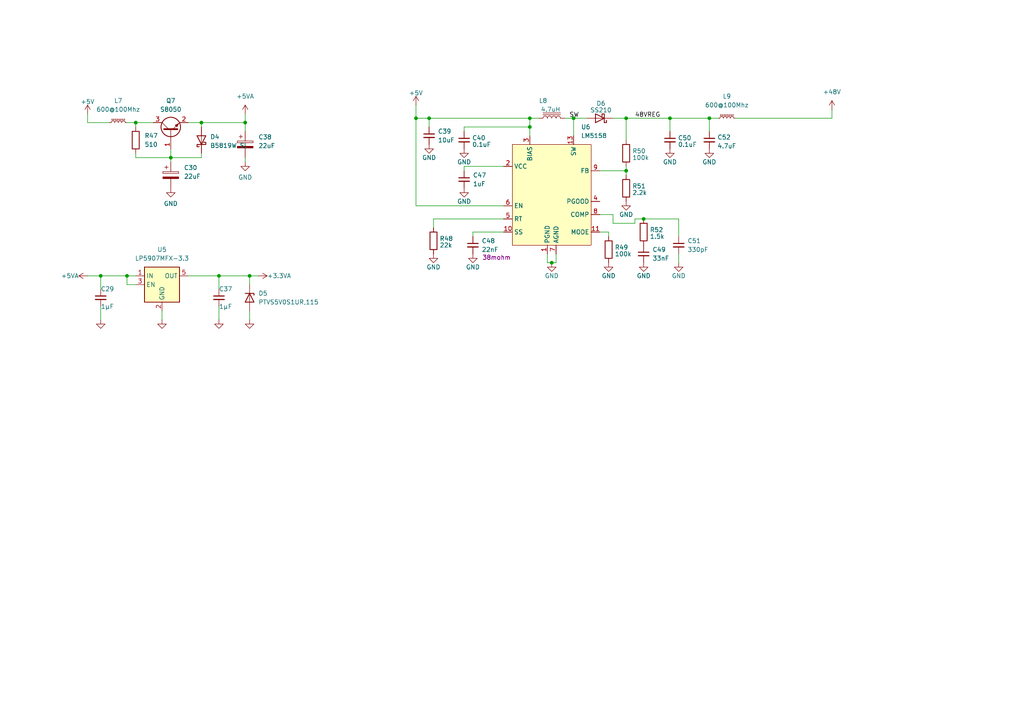
<source format=kicad_sch>
(kicad_sch (version 20250114) (generator "eeschema") (generator_version "9.0")
  (paper "A4")
  (lib_symbols
    (symbol "Device:C_Polarized" (pin_numbers (hide yes)) (pin_names (offset 0.254))
      (property "Reference" "C" (at 0.635 2.54 0))
      (property "Value" "C_Polarized" (at 0.635 -2.54 0))
      (symbol "C_Polarized_0_1"
        (rectangle (start -2.286 0.508) (end 2.286 1.016))
        (polyline (pts (xy -1.778 2.286) (xy -0.762 2.286)))
        (polyline (pts (xy -1.27 2.794) (xy -1.27 1.778)))
        (rectangle (start 2.286 -0.508) (end -2.286 -1.016) (fill (type outline)))
      )
      (symbol "C_Polarized_1_1"
        (pin passive line (at 0 3.81 270) (length 2.794) (name "~") (number "1"))
        (pin passive line (at 0 -3.81 90) (length 2.794) (name "~") (number "2"))
      )
    )
    (symbol "Device:C_Small" (pin_numbers (hide yes)) (pin_names (offset 0.254) (hide yes))
      (property "Reference" "C" (at 0.254 1.778 0))
      (property "Value" "C_Small" (at 0.254 -2.032 0))
      (symbol "C_Small_0_1"
        (polyline (pts (xy -1.524 0.508) (xy 1.524 0.508)) (stroke (width 0.3048)))
        (polyline (pts (xy -1.524 -0.508) (xy 1.524 -0.508)) (stroke (width 0.3302)))
      )
      (symbol "C_Small_1_1"
        (pin passive line (at 0 2.54 270) (length 2.032) (name "~") (number "1"))
        (pin passive line (at 0 -2.54 90) (length 2.032) (name "~") (number "2"))
      )
    )
    (symbol "Device:D_Schottky" (pin_numbers (hide yes)) (pin_names (offset 1.016) (hide yes))
      (property "Reference" "D" (at 0 2.54 0))
      (property "Value" "D_Schottky" (at 0 -2.54 0))
      (symbol "D_Schottky_0_1"
        (polyline (pts (xy -1.905 0.635) (xy -1.905 1.27) (xy -1.27 1.27) (xy -1.27 -1.27) (xy -0.635 -1.27) (xy -0.635 -0.635)) (stroke (width 0.254)))
        (polyline (pts (xy 1.27 1.27) (xy 1.27 -1.27) (xy -1.27 0) (xy 1.27 1.27)) (stroke (width 0.254)))
        (polyline (pts (xy 1.27 0) (xy -1.27 0)))
      )
      (symbol "D_Schottky_1_1"
        (pin passive line (at -3.81 0 0) (length 2.54) (name "K") (number "1"))
        (pin passive line (at 3.81 0 180) (length 2.54) (name "A") (number "2"))
      )
    )
    (symbol "Device:L_Ferrite_Small" (pin_numbers (hide yes)) (pin_names (offset 0.254) (hide yes))
      (property "Reference" "L" (at 1.27 1.016 0))
      (property "Value" "L_Ferrite_Small" (at 1.27 -1.27 0))
      (symbol "L_Ferrite_Small_0_1"
        (arc (start 0 2.032) (mid 0.5058 1.524) (end 0 1.016))
        (arc (start 0 1.016) (mid 0.5058 0.508) (end 0 0))
        (arc (start 0 0) (mid 0.5058 -0.508) (end 0 -1.016))
        (arc (start 0 -1.016) (mid 0.5058 -1.524) (end 0 -2.032))
        (polyline (pts (xy 0.762 1.651) (xy 0.762 1.905)))
        (polyline (pts (xy 0.762 1.143) (xy 0.762 1.397)))
        (polyline (pts (xy 0.762 0.635) (xy 0.762 0.889)))
        (polyline (pts (xy 0.762 0.127) (xy 0.762 0.381)))
        (polyline (pts (xy 0.762 -0.381) (xy 0.762 -0.127)))
        (polyline (pts (xy 0.762 -0.889) (xy 0.762 -0.635)))
        (polyline (pts (xy 0.762 -1.397) (xy 0.762 -1.143)))
        (polyline (pts (xy 0.762 -1.905) (xy 0.762 -1.651)))
        (polyline (pts (xy 1.016 1.905) (xy 1.016 1.651)))
        (polyline (pts (xy 1.016 1.397) (xy 1.016 1.143)))
        (polyline (pts (xy 1.016 0.889) (xy 1.016 0.635)))
        (polyline (pts (xy 1.016 0.381) (xy 1.016 0.127)))
        (polyline (pts (xy 1.016 -0.127) (xy 1.016 -0.381)))
        (polyline (pts (xy 1.016 -0.635) (xy 1.016 -0.889)))
        (polyline (pts (xy 1.016 -1.143) (xy 1.016 -1.397)))
        (polyline (pts (xy 1.016 -1.651) (xy 1.016 -1.905)))
      )
      (symbol "L_Ferrite_Small_1_1"
        (pin passive line (at 0 2.54 270) (length 0.508) (name "~") (number "1"))
        (pin passive line (at 0 -2.54 90) (length 0.508) (name "~") (number "2"))
      )
    )
    (symbol "Device:L_Iron" (pin_numbers (hide yes)) (pin_names (offset 1.016) (hide yes))
      (property "Reference" "L" (at -1.27 0 90))
      (property "Value" "L_Iron" (at 2.794 0 90))
      (symbol "L_Iron_0_1"
        (arc (start 0 2.54) (mid 0.6323 1.905) (end 0 1.27))
        (arc (start 0 1.27) (mid 0.6323 0.635) (end 0 0))
        (arc (start 0 0) (mid 0.6323 -0.635) (end 0 -1.27))
        (arc (start 0 -1.27) (mid 0.6323 -1.905) (end 0 -2.54))
        (polyline (pts (xy 1.016 2.54) (xy 1.016 -2.54)))
        (polyline (pts (xy 1.524 -2.54) (xy 1.524 2.54)))
      )
      (symbol "L_Iron_1_1"
        (pin passive line (at 0 3.81 270) (length 1.27) (name "1") (number "1"))
        (pin passive line (at 0 -3.81 90) (length 1.27) (name "2") (number "2"))
      )
    )
    (symbol "Device:R" (pin_numbers (hide yes)) (pin_names (offset 0))
      (property "Reference" "R" (at 2.032 0 90))
      (property "Value" "R" (at 0 0 90))
      (symbol "R_0_1"
        (rectangle (start -1.016 -2.54) (end 1.016 2.54) (stroke (width 0.254)))
      )
      (symbol "R_1_1"
        (pin passive line (at 0 3.81 270) (length 1.27) (name "~") (number "1"))
        (pin passive line (at 0 -3.81 90) (length 1.27) (name "~") (number "2"))
      )
    )
    (symbol "Diode:PTVS5V0Z1USK" (pin_numbers (hide yes)) (pin_names (hide yes))
      (property "Reference" "D" (at 0 2.54 0))
      (property "Value" "PTVS5V0Z1USK" (at 0 -2.54 0))
      (symbol "PTVS5V0Z1USK_0_1"
        (polyline (pts (xy -1.27 -1.27) (xy -1.27 1.27) (xy -0.762 1.27)) (stroke (width 0.254)))
        (polyline (pts (xy 1.27 0) (xy -1.27 0)))
        (polyline (pts (xy 1.27 -1.27) (xy 1.27 1.27) (xy -1.27 0) (xy 1.27 -1.27)) (stroke (width 0.254)))
      )
      (symbol "PTVS5V0Z1USK_1_1"
        (pin passive line (at -3.81 0 0) (length 2.54) (name "K") (number "1"))
        (pin passive line (at 3.81 0 180) (length 2.54) (name "A") (number "2"))
      )
    )
    (symbol "Library:LM5158"
      (property "Reference" "U" (at 0 0 0))
      (property "Value" "LM5158" (at 0 0 0))
      (symbol "LM5158_1_1"
        (rectangle (start 0 -2.54) (end 22.86 -31.75) (fill (type background)))
        (pin power_in line (at -2.54 -8.89 0) (length 2.54) (name "VCC") (number "2"))
        (pin no_connect line (at -2.54 -11.43 0) (length 2.54) (hide yes) (name "NC") (number "12"))
        (pin no_connect line (at -2.54 -13.97 0) (length 2.54) (hide yes) (name "NC") (number "15"))
        (pin input line (at -2.54 -20.32 0) (length 2.54) (name "EN") (number "6"))
        (pin input line (at -2.54 -24.13 0) (length 2.54) (name "RT") (number "5"))
        (pin input line (at -2.54 -27.94 0) (length 2.54) (name "SS") (number "10"))
        (pin power_in line (at 5.08 0 270) (length 2.54) (name "BIAS") (number "3"))
        (pin power_in line (at 10.16 -34.29 90) (length 2.54) (name "PGND") (number "1"))
        (pin power_in line (at 10.16 -34.29 90) (length 2.54) (hide yes) (name "PGND") (number "16"))
        (pin power_in line (at 12.7 -34.29 90) (length 2.54) (name "AGND") (number "7"))
        (pin bidirectional line (at 17.78 0 270) (length 2.54) (name "SW") (number "13"))
        (pin bidirectional line (at 17.78 0 270) (length 2.54) (hide yes) (name "SW") (number "14"))
        (pin input line (at 25.4 -10.16 180) (length 2.54) (name "FB") (number "9"))
        (pin output line (at 25.4 -19.05 180) (length 2.54) (name "PGOOD") (number "4"))
        (pin output line (at 25.4 -22.86 180) (length 2.54) (name "COMP") (number "8"))
        (pin input line (at 25.4 -27.94 180) (length 2.54) (name "MODE") (number "11"))
      )
    )
    (symbol "Regulator_Linear:LP5907MFX-3.3"
      (property "Reference" "U" (at -3.81 6.35 0))
      (property "Value" "LP5907MFX-3.3" (at 6.35 6.35 0))
      (symbol "LP5907MFX-3.3_0_1"
        (rectangle (start -5.08 -5.08) (end 5.08 5.08) (stroke (width 0.254)) (fill (type background)))
        (pin power_in line (at -7.62 2.54 0) (length 2.54) (name "IN") (number "1"))
        (pin input line (at -7.62 0 0) (length 2.54) (name "EN") (number "3"))
        (pin power_in line (at 0 -7.62 90) (length 2.54) (name "GND") (number "2"))
        (pin no_connect line (at 5.08 0 180) (length 2.54) (hide yes) (name "NC") (number "4"))
        (pin power_out line (at 7.62 2.54 180) (length 2.54) (name "OUT") (number "5"))
      )
    )
    (symbol "Transistor_BJT:Q_NPN_BEC" (pin_names (offset 0) (hide yes))
      (property "Reference" "Q" (at 5.08 1.27 0))
      (property "Value" "Q_NPN_BEC" (at 5.08 -1.27 0))
      (symbol "Q_NPN_BEC_0_1"
        (polyline (pts (xy -2.54 0) (xy 0.635 0)))
        (polyline (pts (xy 0.635 1.905) (xy 0.635 -1.905)) (stroke (width 0.508)))
        (circle (center 1.27 0) (radius 2.8194) (stroke (width 0.254)))
      )
      (symbol "Q_NPN_BEC_1_1"
        (polyline (pts (xy 0.635 0.635) (xy 2.54 2.54)))
        (polyline (pts (xy 0.635 -0.635) (xy 2.54 -2.54)))
        (polyline (pts (xy 1.27 -1.778) (xy 1.778 -1.27) (xy 2.286 -2.286) (xy 1.27 -1.778)) (fill (type outline)))
        (pin input line (at -5.08 0 0) (length 2.54) (name "B") (number "1"))
        (pin passive line (at 2.54 5.08 270) (length 2.54) (name "C") (number "3"))
        (pin passive line (at 2.54 -5.08 90) (length 2.54) (name "E") (number "2"))
      )
    )
    (symbol "power:+3.3VA" (power) (pin_numbers (hide yes)) (pin_names (offset 0) (hide yes))
      (property "Value" "+3.3VA" (at 0 3.556 0))
      (symbol "+3.3VA_0_1"
        (polyline (pts (xy -0.762 1.27) (xy 0 2.54)))
        (polyline (pts (xy 0 2.54) (xy 0.762 1.27)))
        (polyline (pts (xy 0 0) (xy 0 2.54)))
      )
      (symbol "+3.3VA_1_1"
        (pin power_in line (at 0 0 90) (length 0) (name "~") (number "1"))
      )
    )
    (symbol "power:+48V" (power) (pin_numbers (hide yes)) (pin_names (offset 0) (hide yes))
      (property "Value" "+48V" (at 0 3.556 0))
      (symbol "+48V_0_1"
        (polyline (pts (xy -0.762 1.27) (xy 0 2.54)))
        (polyline (pts (xy 0 2.54) (xy 0.762 1.27)))
        (polyline (pts (xy 0 0) (xy 0 2.54)))
      )
      (symbol "+48V_1_1"
        (pin power_in line (at 0 0 90) (length 0) (name "~") (number "1"))
      )
    )
    (symbol "power:+5V" (power) (pin_names (offset 0))
      (property "Value" "+5V" (at 0 3.556 0))
      (symbol "+5V_0_1"
        (polyline (pts (xy -0.762 1.27) (xy 0 2.54)))
        (polyline (pts (xy 0 2.54) (xy 0.762 1.27)))
        (polyline (pts (xy 0 0) (xy 0 2.54)))
      )
      (symbol "+5V_1_1"
        (pin power_in line (at 0 0 90) (length 0) (hide yes) (name "+5V") (number "1"))
      )
    )
    (symbol "power:+5VA" (power) (pin_numbers (hide yes)) (pin_names (offset 0) (hide yes))
      (property "Value" "+5VA" (at 0 3.556 0))
      (symbol "+5VA_0_1"
        (polyline (pts (xy -0.762 1.27) (xy 0 2.54)))
        (polyline (pts (xy 0 2.54) (xy 0.762 1.27)))
        (polyline (pts (xy 0 0) (xy 0 2.54)))
      )
      (symbol "+5VA_1_1"
        (pin power_in line (at 0 0 90) (length 0) (name "~") (number "1"))
      )
    )
    (symbol "power:GND" (power) (pin_names (offset 0))
      (property "Value" "GND" (at 0 -3.81 0))
      (symbol "GND_0_1"
        (polyline (pts (xy 0 0) (xy 0 -1.27) (xy 1.27 -1.27) (xy 0 -2.54) (xy -1.27 -1.27) (xy 0 -1.27)))
      )
      (symbol "GND_1_1"
        (pin power_in line (at 0 0 270) (length 0) (hide yes) (name "GND") (number "1"))
      )
    )
  )
  (junction (at 124.46 34.29))
  (junction (at 181.61 49.53))
  (junction (at 29.21 80.01))
  (junction (at 153.67 36.83))
  (junction (at 205.74 34.29))
  (junction (at 36.83 80.01))
  (junction (at 166.37 34.29))
  (junction (at 160.02 76.2))
  (junction (at 72.39 80.01))
  (junction (at 194.31 34.29))
  (junction (at 120.65 34.29))
  (junction (at 186.69 63.5))
  (junction (at 58.42 35.56))
  (junction (at 49.53 45.72))
  (junction (at 63.5 80.01))
  (junction (at 153.67 34.29))
  (junction (at 71.12 35.56))
  (junction (at 181.61 34.29))
  (junction (at 39.37 35.56))
  (wire (pts (xy 205.74 34.29) (xy 194.31 34.29)))
  (wire (pts (xy 54.61 35.56) (xy 58.42 35.56)))
  (wire (pts (xy 196.85 73.66) (xy 196.85 76.2)))
  (wire (pts (xy 213.36 34.29) (xy 241.3 34.29)))
  (wire (pts (xy 194.31 34.29) (xy 181.61 34.29)))
  (wire (pts (xy 72.39 90.17) (xy 72.39 92.71)))
  (wire (pts (xy 158.75 73.66) (xy 158.75 76.2)))
  (wire (pts (xy 63.5 80.01) (xy 63.5 83.82)))
  (wire (pts (xy 181.61 40.64) (xy 181.61 34.29)))
  (wire (pts (xy 241.3 34.29) (xy 241.3 31.75)))
  (wire (pts (xy 173.99 62.23) (xy 177.8 62.23)))
  (wire (pts (xy 72.39 80.01) (xy 72.39 82.55)))
  (wire (pts (xy 181.61 49.53) (xy 181.61 48.26)))
  (wire (pts (xy 181.61 49.53) (xy 181.61 50.8)))
  (wire (pts (xy 63.5 92.71) (xy 63.5 88.9)))
  (wire (pts (xy 49.53 45.72) (xy 58.42 45.72)))
  (wire (pts (xy 134.62 38.1) (xy 134.62 36.83)))
  (wire (pts (xy 46.99 90.17) (xy 46.99 92.71)))
  (wire (pts (xy 29.21 80.01) (xy 29.21 83.82)))
  (wire (pts (xy 39.37 36.83) (xy 39.37 35.56)))
  (wire (pts (xy 173.99 49.53) (xy 181.61 49.53)))
  (wire (pts (xy 71.12 33.02) (xy 71.12 35.56)))
  (wire (pts (xy 71.12 35.56) (xy 71.12 38.1)))
  (wire (pts (xy 177.8 62.23) (xy 177.8 64.77)))
  (wire (pts (xy 54.61 80.01) (xy 63.5 80.01)))
  (wire (pts (xy 194.31 38.1) (xy 194.31 34.29)))
  (wire (pts (xy 146.05 59.69) (xy 120.65 59.69)))
  (wire (pts (xy 137.16 67.31) (xy 137.16 68.58)))
  (wire (pts (xy 158.75 76.2) (xy 160.02 76.2)))
  (wire (pts (xy 120.65 59.69) (xy 120.65 34.29)))
  (wire (pts (xy 181.61 34.29) (xy 177.8 34.29)))
  (wire (pts (xy 196.85 68.58) (xy 196.85 63.5)))
  (wire (pts (xy 25.4 80.01) (xy 29.21 80.01)))
  (wire (pts (xy 205.74 38.1) (xy 205.74 34.29)))
  (wire (pts (xy 36.83 80.01) (xy 39.37 80.01)))
  (wire (pts (xy 71.12 46.99) (xy 71.12 45.72)))
  (wire (pts (xy 58.42 45.72) (xy 58.42 44.45)))
  (wire (pts (xy 39.37 45.72) (xy 49.53 45.72)))
  (wire (pts (xy 166.37 39.37) (xy 166.37 34.29)))
  (wire (pts (xy 186.69 63.5) (xy 196.85 63.5)))
  (wire (pts (xy 58.42 35.56) (xy 58.42 36.83)))
  (wire (pts (xy 205.74 34.29) (xy 208.28 34.29)))
  (wire (pts (xy 166.37 34.29) (xy 170.18 34.29)))
  (wire (pts (xy 146.05 63.5) (xy 125.73 63.5)))
  (wire (pts (xy 124.46 34.29) (xy 124.46 36.83)))
  (wire (pts (xy 184.15 64.77) (xy 184.15 63.5)))
  (wire (pts (xy 36.83 35.56) (xy 39.37 35.56)))
  (wire (pts (xy 25.4 35.56) (xy 31.75 35.56)))
  (wire (pts (xy 39.37 35.56) (xy 44.45 35.56)))
  (wire (pts (xy 163.83 34.29) (xy 166.37 34.29)))
  (wire (pts (xy 156.21 34.29) (xy 153.67 34.29)))
  (wire (pts (xy 39.37 45.72) (xy 39.37 44.45)))
  (wire (pts (xy 184.15 63.5) (xy 186.69 63.5)))
  (wire (pts (xy 134.62 48.26) (xy 146.05 48.26)))
  (wire (pts (xy 29.21 92.71) (xy 29.21 88.9)))
  (wire (pts (xy 58.42 35.56) (xy 71.12 35.56)))
  (wire (pts (xy 134.62 49.53) (xy 134.62 48.26)))
  (wire (pts (xy 49.53 43.18) (xy 49.53 45.72)))
  (wire (pts (xy 29.21 80.01) (xy 36.83 80.01)))
  (wire (pts (xy 124.46 34.29) (xy 153.67 34.29)))
  (wire (pts (xy 134.62 36.83) (xy 153.67 36.83)))
  (wire (pts (xy 39.37 82.55) (xy 36.83 82.55)))
  (wire (pts (xy 176.53 68.58) (xy 176.53 67.31)))
  (wire (pts (xy 120.65 34.29) (xy 124.46 34.29)))
  (wire (pts (xy 146.05 67.31) (xy 137.16 67.31)))
  (wire (pts (xy 36.83 82.55) (xy 36.83 80.01)))
  (wire (pts (xy 153.67 34.29) (xy 153.67 36.83)))
  (wire (pts (xy 160.02 76.2) (xy 161.29 76.2)))
  (wire (pts (xy 161.29 73.66) (xy 161.29 76.2)))
  (wire (pts (xy 63.5 80.01) (xy 72.39 80.01)))
  (wire (pts (xy 120.65 30.48) (xy 120.65 34.29)))
  (wire (pts (xy 125.73 63.5) (xy 125.73 66.04)))
  (wire (pts (xy 177.8 64.77) (xy 184.15 64.77)))
  (wire (pts (xy 25.4 33.02) (xy 25.4 35.56)))
  (wire (pts (xy 49.53 45.72) (xy 49.53 46.99)))
  (wire (pts (xy 153.67 36.83) (xy 153.67 39.37)))
  (wire (pts (xy 173.99 67.31) (xy 176.53 67.31)))
  (wire (pts (xy 72.39 80.01) (xy 74.93 80.01)))
  (label "48VREG" (at 184.15 34.29 0))
  (label "SW" (at 165.1 34.29 0))
  (symbol (lib_id "Diode:PTVS5V0Z1USK") (at 72.39 86.36 270) (unit 1)
    (property "Reference" "D5" (at 74.93 85.0899 90) (effects (justify left)))
    (property "Value" "PTVS5V0S1UR,115" (at 74.93 87.6299 90) (effects (justify left)))
    (property "Footprint" "Diode_SMD:Nexperia_CFP3_SOD-123W" (effects (hide yes)))
    (property "Datasheet" "https://assets.nexperia.com/documents/data-sheet/PTVS5V0Z1USK.pdf" (effects (hide yes)))
    (property "Description" "5V, 1200W TVS unidirectional diode, DSN1608-2" (effects (hide yes)))
    (property "MPN" "PTVS5V0S1UR,115" (effects (hide yes)))
    (property "LCSC" "C478011" (effects (hide yes)))
  )
  (symbol (lib_id "Device:C_Small") (at 186.69 73.66 0) (unit 1)
    (property "Reference" "C49" (at 189.23 72.3962 0) (effects (justify left)))
    (property "Value" "33nF" (at 189.23 74.9362 0) (effects (justify left)))
    (property "Footprint" "Capacitor_SMD:C_0805_2012Metric" (effects (hide yes)))
    (property "LCSC" "C21117" (effects (hide yes)))
  )
  (symbol (lib_id "Regulator_Linear:LP5907MFX-3.3") (at 46.99 82.55 0) (unit 1)
    (property "Reference" "U5" (at 46.99 72.39 0))
    (property "Value" "LP5907MFX-3.3" (at 46.99 74.93 0))
    (property "Footprint" "Package_TO_SOT_SMD:SOT-23-5" (effects (hide yes)))
    (property "Datasheet" "http://www.ti.com/lit/ds/symlink/lp5907.pdf" (effects (hide yes)))
    (property "Description" "250-mA Ultra-Low-Noise Low-IQ LDO, 3.3V, SOT-23" (effects (hide yes)))
    (property "MPN" "LP5907MFX-3.3" (effects (hide yes)))
    (property "LCSC" "C80670" (effects (hide yes)))
  )
  (symbol (lib_id "power:GND") (at 63.5 92.71 0) (unit 1)
    (property "Reference" "#PWR063" (effects (hide yes)))
    (property "Value" "GND" (effects (hide yes)))
    (property "Description" "Power symbol creates a global label with name \"GND\" , ground" (effects (hide yes)))
  )
  (symbol (lib_id "power:GND") (at 181.61 58.42 0) (unit 1)
    (property "Reference" "#PWR076" (effects (hide yes)))
    (property "Value" "GND" (at 181.61 62.23 0))
    (property "Description" "Power symbol creates a global label with name \"GND\" , ground" (effects (hide yes)))
  )
  (symbol (lib_id "Device:C_Polarized") (at 71.12 41.91 0) (unit 1)
    (property "Reference" "C38" (at 74.93 39.7509 0) (effects (justify left)))
    (property "Value" "22uF" (at 74.93 42.2909 0) (effects (justify left)))
    (property "Footprint" "Capacitor_SMD:C_0805_2012Metric" (effects (hide yes)))
    (property "Description" "Polarized capacitor" (effects (hide yes)))
    (property "LCSC" "C45783" (effects (hide yes)))
  )
  (symbol (lib_id "Device:D_Schottky") (at 58.42 40.64 90) (unit 1)
    (property "Reference" "D4" (at 60.96 39.6874 90) (effects (justify right)))
    (property "Value" "B5819W SL" (at 60.96 42.2274 90) (effects (justify right)))
    (property "Footprint" "Diode_SMD:D_SOD-123" (effects (hide yes)))
    (property "LCSC" "C8598" (effects (hide yes)))
  )
  (symbol (lib_id "Device:L_Ferrite_Small") (at 34.29 35.56 90) (unit 1)
    (property "Reference" "L7" (at 34.29 29.21 90))
    (property "Value" "600@100Mhz" (at 34.29 31.75 90))
    (property "Footprint" "Inductor_SMD:L_0805_2012Metric" (effects (hide yes)))
    (property "Datasheet" "https://www.lcsc.com/datasheet/lcsc_datasheet_2310301640_Sunlord-GZ1608D601TF_C1002.pdf" (effects (hide yes)))
    (property "Description" "Inductor with ferrite core, small symbol" (effects (hide yes)))
    (property "LCSC" "C1002" (effects (hide yes)))
  )
  (symbol (lib_id "Device:C_Small") (at 194.31 40.64 0) (unit 1)
    (property "Reference" "C50" (at 196.6341 40.0026 0) (effects (justify left)))
    (property "Value" "0.1uF" (at 196.6341 41.9236 0) (effects (justify left)))
    (property "Footprint" "Capacitor_SMD:C_0805_2012Metric" (effects (hide yes)))
    (property "LCSC" "C307331" (effects (hide yes)))
  )
  (symbol (lib_id "Device:R") (at 125.73 69.85 180) (unit 1)
    (property "Reference" "R48" (at 127.508 69.2063 0) (effects (justify right)))
    (property "Value" "22k" (at 127.508 71.1273 0) (effects (justify right)))
    (property "Footprint" "Resistor_SMD:R_0805_2012Metric" (effects (hide yes)))
    (property "LCSC" "C25768" (effects (hide yes)))
  )
  (symbol (lib_id "power:GND") (at 124.46 41.91 0) (unit 1)
    (property "Reference" "#PWR069" (effects (hide yes)))
    (property "Value" "GND" (at 124.46 45.72 0))
    (property "Description" "Power symbol creates a global label with name \"GND\" , ground" (effects (hide yes)))
  )
  (symbol (lib_id "power:GND") (at 160.02 76.2 0) (unit 1)
    (property "Reference" "#PWR074" (effects (hide yes)))
    (property "Value" "GND" (at 160.02 80.01 0))
    (property "Description" "Power symbol creates a global label with name \"GND\" , ground" (effects (hide yes)))
  )
  (symbol (lib_id "Device:L_Ferrite_Small") (at 210.82 34.29 90) (unit 1)
    (property "Reference" "L9" (at 210.82 27.94 90))
    (property "Value" "600@100Mhz" (at 210.82 30.48 90))
    (property "Footprint" "Inductor_SMD:L_0805_2012Metric" (effects (hide yes)))
    (property "Datasheet" "https://www.lcsc.com/datasheet/lcsc_datasheet_2310301640_Sunlord-GZ1608D601TF_C1002.pdf" (effects (hide yes)))
    (property "Description" "Inductor with ferrite core, small symbol" (effects (hide yes)))
    (property "LCSC" "C1002" (effects (hide yes)))
  )
  (symbol (lib_id "Device:C_Small") (at 124.46 39.37 0) (unit 1)
    (property "Reference" "C39" (at 127 38.1062 0) (effects (justify left)))
    (property "Value" "10uF" (at 127 40.6462 0) (effects (justify left)))
    (property "Footprint" "Capacitor_SMD:C_0805_2012Metric" (effects (hide yes)))
    (property "LCSC" "C15850" (effects (hide yes)))
  )
  (symbol (lib_id "power:GND") (at 134.62 54.61 0) (unit 1)
    (property "Reference" "#PWR072" (effects (hide yes)))
    (property "Value" "GND" (at 134.62 58.42 0))
    (property "Description" "Power symbol creates a global label with name \"GND\" , ground" (effects (hide yes)))
  )
  (symbol (lib_id "power:GND") (at 186.69 76.2 0) (unit 1)
    (property "Reference" "#PWR077" (effects (hide yes)))
    (property "Value" "GND" (at 186.69 80.01 0))
    (property "Description" "Power symbol creates a global label with name \"GND\" , ground" (effects (hide yes)))
  )
  (symbol (lib_id "Device:C_Small") (at 134.62 40.64 0) (unit 1)
    (property "Reference" "C40" (at 136.9441 40.0026 0) (effects (justify left)))
    (property "Value" "0.1uF" (at 136.9441 41.9236 0) (effects (justify left)))
    (property "Footprint" "Capacitor_SMD:C_0805_2012Metric" (effects (hide yes)))
    (property "LCSC" "C307331" (effects (hide yes)))
  )
  (symbol (lib_id "power:GND") (at 29.21 92.71 0) (unit 1)
    (property "Reference" "#PWR044" (effects (hide yes)))
    (property "Value" "GND" (effects (hide yes)))
    (property "Description" "Power symbol creates a global label with name \"GND\" , ground" (effects (hide yes)))
  )
  (symbol (lib_id "Device:R") (at 176.53 72.39 180) (unit 1)
    (property "Reference" "R49" (at 178.308 71.7463 0) (effects (justify right)))
    (property "Value" "100k" (at 178.308 73.6673 0) (effects (justify right)))
    (property "Footprint" "Resistor_SMD:R_0805_2012Metric" (effects (hide yes)))
    (property "LCSC" "C25741" (effects (hide yes)))
  )
  (symbol (lib_id "power:GND") (at 71.12 46.99 0) (unit 1)
    (property "Reference" "#PWR065" (effects (hide yes)))
    (property "Value" "GND" (at 71.12 51.4334 0))
    (property "Description" "Power symbol creates a global label with name \"GND\" , ground" (effects (hide yes)))
  )
  (symbol (lib_id "power:+48V") (at 241.3 31.75 0) (unit 1)
    (property "Reference" "#PWR081" (effects (hide yes)))
    (property "Value" "+48V" (at 241.3 26.67 0))
    (property "Description" "Power symbol creates a global label with name \"+48V\"" (effects (hide yes)))
  )
  (symbol (lib_id "Device:R") (at 186.69 67.31 180) (unit 1)
    (property "Reference" "R52" (at 188.468 66.6663 0) (effects (justify right)))
    (property "Value" "1.5k" (at 188.468 68.5873 0) (effects (justify right)))
    (property "Footprint" "Resistor_SMD:R_0805_2012Metric" (effects (hide yes)))
    (property "LCSC" "C25867" (effects (hide yes)))
  )
  (symbol (lib_id "Device:C_Small") (at 137.16 71.12 0) (unit 1)
    (property "Reference" "C48" (at 139.7 69.8562 0) (effects (justify left)))
    (property "Value" "22nF" (at 139.7 72.3962 0) (effects (justify left)))
    (property "Footprint" "Capacitor_SMD:C_0805_2012Metric" (effects (hide yes)))
    (property "LCSC" "C1532" (effects (hide yes)))
    (property "ESR" "38mohm" (at 144.018 74.676 0))
  )
  (symbol (lib_id "power:+3.3VA") (at 74.93 80.01 270) (unit 1)
    (property "Reference" "#PWR067" (effects (hide yes)))
    (property "Value" "+3.3VA" (at 77.47 80.01 90) (effects (justify left)))
    (property "Description" "Power symbol creates a global label with name \"+3.3VA\"" (effects (hide yes)))
  )
  (symbol (lib_id "Device:R") (at 181.61 54.61 180) (unit 1)
    (property "Reference" "R51" (at 183.388 53.9663 0) (effects (justify right)))
    (property "Value" "2.2k" (at 183.388 55.8873 0) (effects (justify right)))
    (property "Footprint" "Resistor_SMD:R_0805_2012Metric" (effects (hide yes)))
    (property "LCSC" "C25879" (effects (hide yes)))
  )
  (symbol (lib_id "Device:C_Small") (at 134.62 52.07 0) (unit 1)
    (property "Reference" "C47" (at 137.16 50.8062 0) (effects (justify left)))
    (property "Value" "1uF" (at 137.16 53.3462 0) (effects (justify left)))
    (property "Footprint" "Capacitor_SMD:C_0805_2012Metric" (effects (hide yes)))
    (property "LCSC" "C52923 " (effects (hide yes)))
  )
  (symbol (lib_id "Device:C_Small") (at 29.21 86.36 0) (unit 1)
    (property "Reference" "C29" (at 29.21 83.82 0) (effects (justify left)))
    (property "Value" "1μF" (at 29.21 88.9 0) (effects (justify left)))
    (property "Footprint" "Capacitor_SMD:C_0805_2012Metric" (effects (hide yes)))
    (property "Description" "Unpolarized capacitor, small symbol" (effects (hide yes)))
    (property "MPN" "C 1μF 16V 0805" (effects (hide yes)))
  )
  (symbol (lib_id "Device:D_Schottky") (at 173.99 34.29 180) (unit 1)
    (property "Reference" "D6" (at 174.3075 30.0101 0))
    (property "Value" "SS210" (at 174.3075 31.9311 0))
    (property "Footprint" "Diode_SMD:D_SMA" (effects (hide yes)))
    (property "Datasheet" "https://jlcpcb.com/api/file/downloadByFileSystemAccessId/8579707575905861632" (effects (hide yes)))
    (property "LCSC" "C14996" (effects (hide yes)))
  )
  (symbol (lib_id "Library:LM5158") (at 148.59 39.37 0) (unit 1)
    (property "Reference" "U6" (at 168.5133 36.83 0) (effects (justify left)))
    (property "Value" "LM5158" (at 168.5133 39.37 0) (effects (justify left)))
    (property "Footprint" "Package_DFN_QFN:WQFN-16-1EP_3x3mm_P0.5mm_EP1.68x1.68mm_ThermalVias" (effects (hide yes)))
    (property "Datasheet" "https://www.ti.com/lit/ds/symlink/lm5158.pdf" (effects (hide yes)))
  )
  (symbol (lib_id "power:+5V") (at 120.65 30.48 0) (unit 1)
    (property "Reference" "#PWR068" (effects (hide yes)))
    (property "Value" "+5V" (at 120.65 26.9781 0))
  )
  (symbol (lib_id "power:GND") (at 205.74 43.18 0) (unit 1)
    (property "Reference" "#PWR080" (effects (hide yes)))
    (property "Value" "GND" (at 205.74 46.99 0))
    (property "Description" "Power symbol creates a global label with name \"GND\" , ground" (effects (hide yes)))
  )
  (symbol (lib_id "power:+5V") (at 25.4 33.02 0) (unit 1)
    (property "Reference" "#PWR011" (effects (hide yes)))
    (property "Value" "+5V" (at 25.4 29.5181 0))
  )
  (symbol (lib_id "power:GND") (at 134.62 43.18 0) (unit 1)
    (property "Reference" "#PWR071" (effects (hide yes)))
    (property "Value" "GND" (at 134.62 46.99 0))
    (property "Description" "Power symbol creates a global label with name \"GND\" , ground" (effects (hide yes)))
  )
  (symbol (lib_id "Device:C_Small") (at 205.74 40.64 0) (unit 1)
    (property "Reference" "C52" (at 208.0641 39.8116 0) (effects (justify left)))
    (property "Value" "4.7uF" (at 208.0641 42.3485 0) (effects (justify left)))
    (property "Footprint" "Capacitor_SMD:C_0805_2012Metric" (effects (hide yes)))
    (property "LCSC" "C1779" (effects (hide yes)))
    (property "DatasheetRef" "C5" (effects (hide yes)))
  )
  (symbol (lib_id "power:GND") (at 137.16 73.66 0) (unit 1)
    (property "Reference" "#PWR073" (effects (hide yes)))
    (property "Value" "GND" (at 137.16 77.47 0))
    (property "Description" "Power symbol creates a global label with name \"GND\" , ground" (effects (hide yes)))
  )
  (symbol (lib_id "Device:R") (at 181.61 44.45 180) (unit 1)
    (property "Reference" "R50" (at 183.388 43.8063 0) (effects (justify right)))
    (property "Value" "100k" (at 183.388 45.7273 0) (effects (justify right)))
    (property "Footprint" "Resistor_SMD:R_0805_2012Metric" (effects (hide yes)))
    (property "LCSC" "C25741" (effects (hide yes)))
  )
  (symbol (lib_id "Transistor_BJT:Q_NPN_BEC") (at 49.53 38.1 90) (unit 1)
    (property "Reference" "Q7" (at 49.53 29.21 90))
    (property "Value" "S8050" (at 49.53 31.75 90))
    (property "Footprint" "Package_TO_SOT_SMD:SOT-23" (effects (hide yes)))
    (property "Datasheet" "https://www.lcsc.com/datasheet/lcsc_datasheet_2310131500_Jiangsu-Changjing-Electronics-Technology-Co---Ltd--S8050-J3Y-RANGE-200-350_C2146.pdf" (effects (hide yes)))
    (property "Description" "NPN transistor, base/emitter/collector" (effects (hide yes)))
    (property "LCSC" "C2146" (effects (hide yes)))
  )
  (symbol (lib_id "power:GND") (at 125.73 73.66 0) (unit 1)
    (property "Reference" "#PWR070" (effects (hide yes)))
    (property "Value" "GND" (at 125.73 77.47 0))
    (property "Description" "Power symbol creates a global label with name \"GND\" , ground" (effects (hide yes)))
  )
  (symbol (lib_id "power:+5VA") (at 71.12 33.02 0) (unit 1)
    (property "Reference" "#PWR064" (effects (hide yes)))
    (property "Value" "+5VA" (at 71.12 27.94 0))
    (property "Description" "Power symbol creates a global label with name \"+5VA\"" (effects (hide yes)))
  )
  (symbol (lib_id "power:+5VA") (at 25.4 80.01 90) (mirror x) (unit 1)
    (property "Reference" "#PWR030" (effects (hide yes)))
    (property "Value" "+5VA" (at 22.86 80.01 90) (effects (justify left)))
    (property "Description" "Power symbol creates a global label with name \"+5VA\"" (effects (hide yes)))
  )
  (symbol (lib_id "Device:C_Polarized") (at 49.53 50.8 0) (unit 1)
    (property "Reference" "C30" (at 53.34 48.6409 0) (effects (justify left)))
    (property "Value" "22uF" (at 53.34 51.1809 0) (effects (justify left)))
    (property "Footprint" "Capacitor_SMD:C_0805_2012Metric" (effects (hide yes)))
    (property "Description" "Polarized capacitor" (effects (hide yes)))
    (property "LCSC" "C45783" (effects (hide yes)))
  )
  (symbol (lib_id "power:GND") (at 194.31 43.18 0) (unit 1)
    (property "Reference" "#PWR078" (effects (hide yes)))
    (property "Value" "GND" (at 194.31 46.99 0))
    (property "Description" "Power symbol creates a global label with name \"GND\" , ground" (effects (hide yes)))
  )
  (symbol (lib_id "Device:R") (at 39.37 40.64 0) (unit 1)
    (property "Reference" "R47" (at 41.91 39.3699 0) (effects (justify left)))
    (property "Value" "510" (at 41.91 41.9099 0) (effects (justify left)))
    (property "Footprint" "Resistor_SMD:R_0805_2012Metric" (effects (hide yes)))
    (property "Description" "Resistor" (effects (hide yes)))
    (property "LCSC" "C25123" (effects (hide yes)))
  )
  (symbol (lib_id "Device:C_Small") (at 63.5 86.36 0) (unit 1)
    (property "Reference" "C37" (at 63.5 83.82 0) (effects (justify left)))
    (property "Value" "1μF" (at 63.5 88.9 0) (effects (justify left)))
    (property "Footprint" "Capacitor_SMD:C_0805_2012Metric" (effects (hide yes)))
    (property "Description" "Unpolarized capacitor, small symbol" (effects (hide yes)))
    (property "MPN" "C 1μF 16V 0805" (effects (hide yes)))
  )
  (symbol (lib_id "power:GND") (at 49.53 54.61 0) (unit 1)
    (property "Reference" "#PWR058" (effects (hide yes)))
    (property "Value" "GND" (at 49.53 59.0534 0))
    (property "Description" "Power symbol creates a global label with name \"GND\" , ground" (effects (hide yes)))
  )
  (symbol (lib_id "power:GND") (at 196.85 76.2 0) (unit 1)
    (property "Reference" "#PWR079" (effects (hide yes)))
    (property "Value" "GND" (at 196.85 80.01 0))
    (property "Description" "Power symbol creates a global label with name \"GND\" , ground" (effects (hide yes)))
  )
  (symbol (lib_id "power:GND") (at 72.39 92.71 0) (unit 1)
    (property "Reference" "#PWR066" (effects (hide yes)))
    (property "Value" "GND" (effects (hide yes)))
    (property "Description" "Power symbol creates a global label with name \"GND\" , ground" (effects (hide yes)))
  )
  (symbol (lib_id "power:GND") (at 176.53 76.2 0) (unit 1)
    (property "Reference" "#PWR075" (effects (hide yes)))
    (property "Value" "GND" (at 176.53 80.01 0))
    (property "Description" "Power symbol creates a global label with name \"GND\" , ground" (effects (hide yes)))
  )
  (symbol (lib_id "Device:C_Small") (at 196.85 71.12 0) (unit 1)
    (property "Reference" "C51" (at 199.39 69.8562 0) (effects (justify left)))
    (property "Value" "330pF" (at 199.39 72.3962 0) (effects (justify left)))
    (property "Footprint" "Capacitor_SMD:C_0805_2012Metric" (effects (hide yes)))
    (property "LCSC" "C1664" (effects (hide yes)))
  )
  (symbol (lib_id "power:GND") (at 46.99 92.71 0) (mirror y) (unit 1)
    (property "Reference" "#PWR046" (effects (hide yes)))
    (property "Value" "GND" (effects (hide yes)))
    (property "Description" "Power symbol creates a global label with name \"GND\" , ground" (effects (hide yes)))
  )
  (symbol (lib_id "Device:L_Iron") (at 160.02 34.29 270) (mirror x) (unit 1)
    (property "Reference" "L8" (at 158.75 29.21 90) (effects (justify right)))
    (property "Value" "4.7uH" (at 162.56 31.75 90) (effects (justify right)))
    (property "Footprint" "Inductor_SMD:L_Wuerth_WE-TPC-3816" (effects (hide yes)))
    (property "Lmin" "92uH" (effects (hide yes)))
    (property "MPN" "744031004" (effects (hide yes)))
  )
)
</source>
